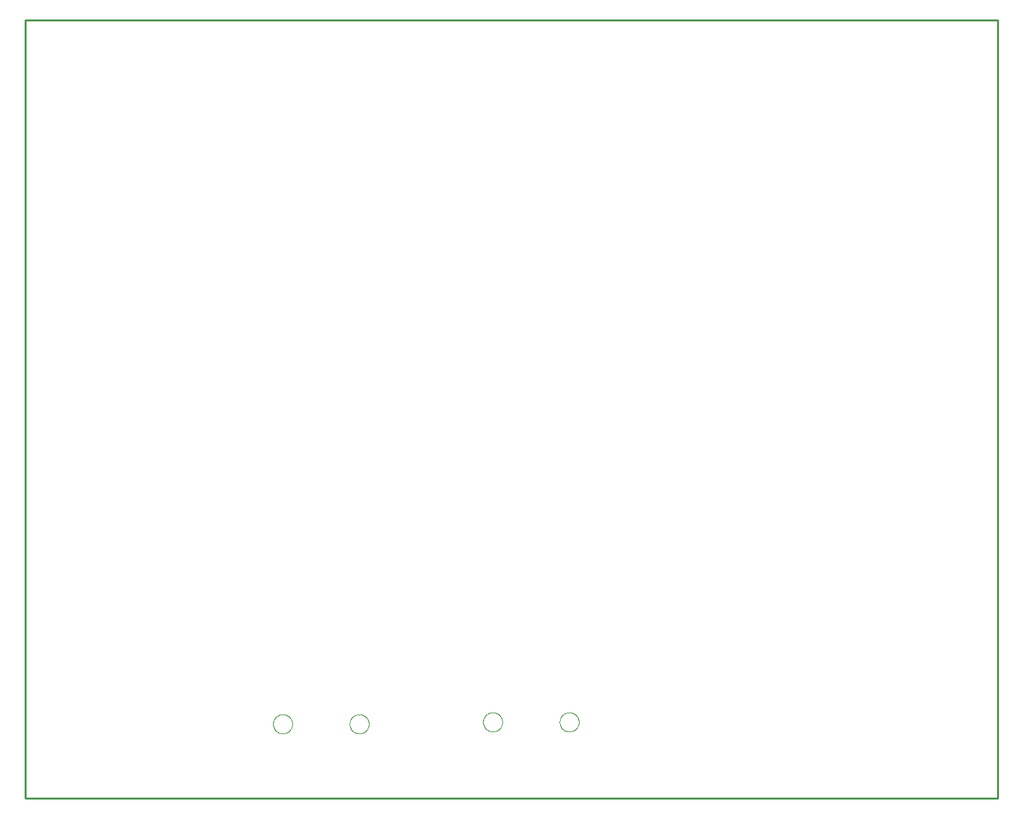
<source format=gbr>
G04 EAGLE Gerber RS-274X export*
G75*
%MOMM*%
%FSLAX34Y34*%
%LPD*%
%IN*%
%IPPOS*%
%AMOC8*
5,1,8,0,0,1.08239X$1,22.5*%
G01*
G04 Define Apertures*
%ADD10C,0.000000*%
%ADD11C,0.254000*%
D10*
X0Y0D02*
X1270000Y0D01*
X1270000Y1016000D01*
X0Y1016000D01*
X0Y0D01*
X323580Y97320D02*
X323584Y97627D01*
X323595Y97933D01*
X323614Y98240D01*
X323640Y98545D01*
X323674Y98850D01*
X323715Y99154D01*
X323764Y99457D01*
X323820Y99759D01*
X323884Y100059D01*
X323955Y100357D01*
X324033Y100654D01*
X324118Y100949D01*
X324211Y101241D01*
X324311Y101531D01*
X324418Y101819D01*
X324532Y102104D01*
X324652Y102386D01*
X324780Y102664D01*
X324915Y102940D01*
X325056Y103212D01*
X325204Y103481D01*
X325358Y103746D01*
X325519Y104007D01*
X325687Y104265D01*
X325860Y104518D01*
X326040Y104766D01*
X326226Y105010D01*
X326417Y105250D01*
X326615Y105485D01*
X326818Y105714D01*
X327027Y105939D01*
X327241Y106159D01*
X327461Y106373D01*
X327686Y106582D01*
X327915Y106785D01*
X328150Y106983D01*
X328390Y107174D01*
X328634Y107360D01*
X328882Y107540D01*
X329135Y107713D01*
X329393Y107881D01*
X329654Y108042D01*
X329919Y108196D01*
X330188Y108344D01*
X330460Y108485D01*
X330736Y108620D01*
X331014Y108748D01*
X331296Y108868D01*
X331581Y108982D01*
X331869Y109089D01*
X332159Y109189D01*
X332451Y109282D01*
X332746Y109367D01*
X333043Y109445D01*
X333341Y109516D01*
X333641Y109580D01*
X333943Y109636D01*
X334246Y109685D01*
X334550Y109726D01*
X334855Y109760D01*
X335160Y109786D01*
X335467Y109805D01*
X335773Y109816D01*
X336080Y109820D01*
X336387Y109816D01*
X336693Y109805D01*
X337000Y109786D01*
X337305Y109760D01*
X337610Y109726D01*
X337914Y109685D01*
X338217Y109636D01*
X338519Y109580D01*
X338819Y109516D01*
X339117Y109445D01*
X339414Y109367D01*
X339709Y109282D01*
X340001Y109189D01*
X340291Y109089D01*
X340579Y108982D01*
X340864Y108868D01*
X341146Y108748D01*
X341424Y108620D01*
X341700Y108485D01*
X341972Y108344D01*
X342241Y108196D01*
X342506Y108042D01*
X342767Y107881D01*
X343025Y107713D01*
X343278Y107540D01*
X343526Y107360D01*
X343770Y107174D01*
X344010Y106983D01*
X344245Y106785D01*
X344474Y106582D01*
X344699Y106373D01*
X344919Y106159D01*
X345133Y105939D01*
X345342Y105714D01*
X345545Y105485D01*
X345743Y105250D01*
X345934Y105010D01*
X346120Y104766D01*
X346300Y104518D01*
X346473Y104265D01*
X346641Y104007D01*
X346802Y103746D01*
X346956Y103481D01*
X347104Y103212D01*
X347245Y102940D01*
X347380Y102664D01*
X347508Y102386D01*
X347628Y102104D01*
X347742Y101819D01*
X347849Y101531D01*
X347949Y101241D01*
X348042Y100949D01*
X348127Y100654D01*
X348205Y100357D01*
X348276Y100059D01*
X348340Y99759D01*
X348396Y99457D01*
X348445Y99154D01*
X348486Y98850D01*
X348520Y98545D01*
X348546Y98240D01*
X348565Y97933D01*
X348576Y97627D01*
X348580Y97320D01*
X348576Y97013D01*
X348565Y96707D01*
X348546Y96400D01*
X348520Y96095D01*
X348486Y95790D01*
X348445Y95486D01*
X348396Y95183D01*
X348340Y94881D01*
X348276Y94581D01*
X348205Y94283D01*
X348127Y93986D01*
X348042Y93691D01*
X347949Y93399D01*
X347849Y93109D01*
X347742Y92821D01*
X347628Y92536D01*
X347508Y92254D01*
X347380Y91976D01*
X347245Y91700D01*
X347104Y91428D01*
X346956Y91159D01*
X346802Y90894D01*
X346641Y90633D01*
X346473Y90375D01*
X346300Y90122D01*
X346120Y89874D01*
X345934Y89630D01*
X345743Y89390D01*
X345545Y89155D01*
X345342Y88926D01*
X345133Y88701D01*
X344919Y88481D01*
X344699Y88267D01*
X344474Y88058D01*
X344245Y87855D01*
X344010Y87657D01*
X343770Y87466D01*
X343526Y87280D01*
X343278Y87100D01*
X343025Y86927D01*
X342767Y86759D01*
X342506Y86598D01*
X342241Y86444D01*
X341972Y86296D01*
X341700Y86155D01*
X341424Y86020D01*
X341146Y85892D01*
X340864Y85772D01*
X340579Y85658D01*
X340291Y85551D01*
X340001Y85451D01*
X339709Y85358D01*
X339414Y85273D01*
X339117Y85195D01*
X338819Y85124D01*
X338519Y85060D01*
X338217Y85004D01*
X337914Y84955D01*
X337610Y84914D01*
X337305Y84880D01*
X337000Y84854D01*
X336693Y84835D01*
X336387Y84824D01*
X336080Y84820D01*
X335773Y84824D01*
X335467Y84835D01*
X335160Y84854D01*
X334855Y84880D01*
X334550Y84914D01*
X334246Y84955D01*
X333943Y85004D01*
X333641Y85060D01*
X333341Y85124D01*
X333043Y85195D01*
X332746Y85273D01*
X332451Y85358D01*
X332159Y85451D01*
X331869Y85551D01*
X331581Y85658D01*
X331296Y85772D01*
X331014Y85892D01*
X330736Y86020D01*
X330460Y86155D01*
X330188Y86296D01*
X329919Y86444D01*
X329654Y86598D01*
X329393Y86759D01*
X329135Y86927D01*
X328882Y87100D01*
X328634Y87280D01*
X328390Y87466D01*
X328150Y87657D01*
X327915Y87855D01*
X327686Y88058D01*
X327461Y88267D01*
X327241Y88481D01*
X327027Y88701D01*
X326818Y88926D01*
X326615Y89155D01*
X326417Y89390D01*
X326226Y89630D01*
X326040Y89874D01*
X325860Y90122D01*
X325687Y90375D01*
X325519Y90633D01*
X325358Y90894D01*
X325204Y91159D01*
X325056Y91428D01*
X324915Y91700D01*
X324780Y91976D01*
X324652Y92254D01*
X324532Y92536D01*
X324418Y92821D01*
X324311Y93109D01*
X324211Y93399D01*
X324118Y93691D01*
X324033Y93986D01*
X323955Y94283D01*
X323884Y94581D01*
X323820Y94881D01*
X323764Y95183D01*
X323715Y95486D01*
X323674Y95790D01*
X323640Y96095D01*
X323614Y96400D01*
X323595Y96707D01*
X323584Y97013D01*
X323580Y97320D01*
X423580Y97320D02*
X423584Y97627D01*
X423595Y97933D01*
X423614Y98240D01*
X423640Y98545D01*
X423674Y98850D01*
X423715Y99154D01*
X423764Y99457D01*
X423820Y99759D01*
X423884Y100059D01*
X423955Y100357D01*
X424033Y100654D01*
X424118Y100949D01*
X424211Y101241D01*
X424311Y101531D01*
X424418Y101819D01*
X424532Y102104D01*
X424652Y102386D01*
X424780Y102664D01*
X424915Y102940D01*
X425056Y103212D01*
X425204Y103481D01*
X425358Y103746D01*
X425519Y104007D01*
X425687Y104265D01*
X425860Y104518D01*
X426040Y104766D01*
X426226Y105010D01*
X426417Y105250D01*
X426615Y105485D01*
X426818Y105714D01*
X427027Y105939D01*
X427241Y106159D01*
X427461Y106373D01*
X427686Y106582D01*
X427915Y106785D01*
X428150Y106983D01*
X428390Y107174D01*
X428634Y107360D01*
X428882Y107540D01*
X429135Y107713D01*
X429393Y107881D01*
X429654Y108042D01*
X429919Y108196D01*
X430188Y108344D01*
X430460Y108485D01*
X430736Y108620D01*
X431014Y108748D01*
X431296Y108868D01*
X431581Y108982D01*
X431869Y109089D01*
X432159Y109189D01*
X432451Y109282D01*
X432746Y109367D01*
X433043Y109445D01*
X433341Y109516D01*
X433641Y109580D01*
X433943Y109636D01*
X434246Y109685D01*
X434550Y109726D01*
X434855Y109760D01*
X435160Y109786D01*
X435467Y109805D01*
X435773Y109816D01*
X436080Y109820D01*
X436387Y109816D01*
X436693Y109805D01*
X437000Y109786D01*
X437305Y109760D01*
X437610Y109726D01*
X437914Y109685D01*
X438217Y109636D01*
X438519Y109580D01*
X438819Y109516D01*
X439117Y109445D01*
X439414Y109367D01*
X439709Y109282D01*
X440001Y109189D01*
X440291Y109089D01*
X440579Y108982D01*
X440864Y108868D01*
X441146Y108748D01*
X441424Y108620D01*
X441700Y108485D01*
X441972Y108344D01*
X442241Y108196D01*
X442506Y108042D01*
X442767Y107881D01*
X443025Y107713D01*
X443278Y107540D01*
X443526Y107360D01*
X443770Y107174D01*
X444010Y106983D01*
X444245Y106785D01*
X444474Y106582D01*
X444699Y106373D01*
X444919Y106159D01*
X445133Y105939D01*
X445342Y105714D01*
X445545Y105485D01*
X445743Y105250D01*
X445934Y105010D01*
X446120Y104766D01*
X446300Y104518D01*
X446473Y104265D01*
X446641Y104007D01*
X446802Y103746D01*
X446956Y103481D01*
X447104Y103212D01*
X447245Y102940D01*
X447380Y102664D01*
X447508Y102386D01*
X447628Y102104D01*
X447742Y101819D01*
X447849Y101531D01*
X447949Y101241D01*
X448042Y100949D01*
X448127Y100654D01*
X448205Y100357D01*
X448276Y100059D01*
X448340Y99759D01*
X448396Y99457D01*
X448445Y99154D01*
X448486Y98850D01*
X448520Y98545D01*
X448546Y98240D01*
X448565Y97933D01*
X448576Y97627D01*
X448580Y97320D01*
X448576Y97013D01*
X448565Y96707D01*
X448546Y96400D01*
X448520Y96095D01*
X448486Y95790D01*
X448445Y95486D01*
X448396Y95183D01*
X448340Y94881D01*
X448276Y94581D01*
X448205Y94283D01*
X448127Y93986D01*
X448042Y93691D01*
X447949Y93399D01*
X447849Y93109D01*
X447742Y92821D01*
X447628Y92536D01*
X447508Y92254D01*
X447380Y91976D01*
X447245Y91700D01*
X447104Y91428D01*
X446956Y91159D01*
X446802Y90894D01*
X446641Y90633D01*
X446473Y90375D01*
X446300Y90122D01*
X446120Y89874D01*
X445934Y89630D01*
X445743Y89390D01*
X445545Y89155D01*
X445342Y88926D01*
X445133Y88701D01*
X444919Y88481D01*
X444699Y88267D01*
X444474Y88058D01*
X444245Y87855D01*
X444010Y87657D01*
X443770Y87466D01*
X443526Y87280D01*
X443278Y87100D01*
X443025Y86927D01*
X442767Y86759D01*
X442506Y86598D01*
X442241Y86444D01*
X441972Y86296D01*
X441700Y86155D01*
X441424Y86020D01*
X441146Y85892D01*
X440864Y85772D01*
X440579Y85658D01*
X440291Y85551D01*
X440001Y85451D01*
X439709Y85358D01*
X439414Y85273D01*
X439117Y85195D01*
X438819Y85124D01*
X438519Y85060D01*
X438217Y85004D01*
X437914Y84955D01*
X437610Y84914D01*
X437305Y84880D01*
X437000Y84854D01*
X436693Y84835D01*
X436387Y84824D01*
X436080Y84820D01*
X435773Y84824D01*
X435467Y84835D01*
X435160Y84854D01*
X434855Y84880D01*
X434550Y84914D01*
X434246Y84955D01*
X433943Y85004D01*
X433641Y85060D01*
X433341Y85124D01*
X433043Y85195D01*
X432746Y85273D01*
X432451Y85358D01*
X432159Y85451D01*
X431869Y85551D01*
X431581Y85658D01*
X431296Y85772D01*
X431014Y85892D01*
X430736Y86020D01*
X430460Y86155D01*
X430188Y86296D01*
X429919Y86444D01*
X429654Y86598D01*
X429393Y86759D01*
X429135Y86927D01*
X428882Y87100D01*
X428634Y87280D01*
X428390Y87466D01*
X428150Y87657D01*
X427915Y87855D01*
X427686Y88058D01*
X427461Y88267D01*
X427241Y88481D01*
X427027Y88701D01*
X426818Y88926D01*
X426615Y89155D01*
X426417Y89390D01*
X426226Y89630D01*
X426040Y89874D01*
X425860Y90122D01*
X425687Y90375D01*
X425519Y90633D01*
X425358Y90894D01*
X425204Y91159D01*
X425056Y91428D01*
X424915Y91700D01*
X424780Y91976D01*
X424652Y92254D01*
X424532Y92536D01*
X424418Y92821D01*
X424311Y93109D01*
X424211Y93399D01*
X424118Y93691D01*
X424033Y93986D01*
X423955Y94283D01*
X423884Y94581D01*
X423820Y94881D01*
X423764Y95183D01*
X423715Y95486D01*
X423674Y95790D01*
X423640Y96095D01*
X423614Y96400D01*
X423595Y96707D01*
X423584Y97013D01*
X423580Y97320D01*
X597900Y99860D02*
X597904Y100167D01*
X597915Y100473D01*
X597934Y100780D01*
X597960Y101085D01*
X597994Y101390D01*
X598035Y101694D01*
X598084Y101997D01*
X598140Y102299D01*
X598204Y102599D01*
X598275Y102897D01*
X598353Y103194D01*
X598438Y103489D01*
X598531Y103781D01*
X598631Y104071D01*
X598738Y104359D01*
X598852Y104644D01*
X598972Y104926D01*
X599100Y105204D01*
X599235Y105480D01*
X599376Y105752D01*
X599524Y106021D01*
X599678Y106286D01*
X599839Y106547D01*
X600007Y106805D01*
X600180Y107058D01*
X600360Y107306D01*
X600546Y107550D01*
X600737Y107790D01*
X600935Y108025D01*
X601138Y108254D01*
X601347Y108479D01*
X601561Y108699D01*
X601781Y108913D01*
X602006Y109122D01*
X602235Y109325D01*
X602470Y109523D01*
X602710Y109714D01*
X602954Y109900D01*
X603202Y110080D01*
X603455Y110253D01*
X603713Y110421D01*
X603974Y110582D01*
X604239Y110736D01*
X604508Y110884D01*
X604780Y111025D01*
X605056Y111160D01*
X605334Y111288D01*
X605616Y111408D01*
X605901Y111522D01*
X606189Y111629D01*
X606479Y111729D01*
X606771Y111822D01*
X607066Y111907D01*
X607363Y111985D01*
X607661Y112056D01*
X607961Y112120D01*
X608263Y112176D01*
X608566Y112225D01*
X608870Y112266D01*
X609175Y112300D01*
X609480Y112326D01*
X609787Y112345D01*
X610093Y112356D01*
X610400Y112360D01*
X610707Y112356D01*
X611013Y112345D01*
X611320Y112326D01*
X611625Y112300D01*
X611930Y112266D01*
X612234Y112225D01*
X612537Y112176D01*
X612839Y112120D01*
X613139Y112056D01*
X613437Y111985D01*
X613734Y111907D01*
X614029Y111822D01*
X614321Y111729D01*
X614611Y111629D01*
X614899Y111522D01*
X615184Y111408D01*
X615466Y111288D01*
X615744Y111160D01*
X616020Y111025D01*
X616292Y110884D01*
X616561Y110736D01*
X616826Y110582D01*
X617087Y110421D01*
X617345Y110253D01*
X617598Y110080D01*
X617846Y109900D01*
X618090Y109714D01*
X618330Y109523D01*
X618565Y109325D01*
X618794Y109122D01*
X619019Y108913D01*
X619239Y108699D01*
X619453Y108479D01*
X619662Y108254D01*
X619865Y108025D01*
X620063Y107790D01*
X620254Y107550D01*
X620440Y107306D01*
X620620Y107058D01*
X620793Y106805D01*
X620961Y106547D01*
X621122Y106286D01*
X621276Y106021D01*
X621424Y105752D01*
X621565Y105480D01*
X621700Y105204D01*
X621828Y104926D01*
X621948Y104644D01*
X622062Y104359D01*
X622169Y104071D01*
X622269Y103781D01*
X622362Y103489D01*
X622447Y103194D01*
X622525Y102897D01*
X622596Y102599D01*
X622660Y102299D01*
X622716Y101997D01*
X622765Y101694D01*
X622806Y101390D01*
X622840Y101085D01*
X622866Y100780D01*
X622885Y100473D01*
X622896Y100167D01*
X622900Y99860D01*
X622896Y99553D01*
X622885Y99247D01*
X622866Y98940D01*
X622840Y98635D01*
X622806Y98330D01*
X622765Y98026D01*
X622716Y97723D01*
X622660Y97421D01*
X622596Y97121D01*
X622525Y96823D01*
X622447Y96526D01*
X622362Y96231D01*
X622269Y95939D01*
X622169Y95649D01*
X622062Y95361D01*
X621948Y95076D01*
X621828Y94794D01*
X621700Y94516D01*
X621565Y94240D01*
X621424Y93968D01*
X621276Y93699D01*
X621122Y93434D01*
X620961Y93173D01*
X620793Y92915D01*
X620620Y92662D01*
X620440Y92414D01*
X620254Y92170D01*
X620063Y91930D01*
X619865Y91695D01*
X619662Y91466D01*
X619453Y91241D01*
X619239Y91021D01*
X619019Y90807D01*
X618794Y90598D01*
X618565Y90395D01*
X618330Y90197D01*
X618090Y90006D01*
X617846Y89820D01*
X617598Y89640D01*
X617345Y89467D01*
X617087Y89299D01*
X616826Y89138D01*
X616561Y88984D01*
X616292Y88836D01*
X616020Y88695D01*
X615744Y88560D01*
X615466Y88432D01*
X615184Y88312D01*
X614899Y88198D01*
X614611Y88091D01*
X614321Y87991D01*
X614029Y87898D01*
X613734Y87813D01*
X613437Y87735D01*
X613139Y87664D01*
X612839Y87600D01*
X612537Y87544D01*
X612234Y87495D01*
X611930Y87454D01*
X611625Y87420D01*
X611320Y87394D01*
X611013Y87375D01*
X610707Y87364D01*
X610400Y87360D01*
X610093Y87364D01*
X609787Y87375D01*
X609480Y87394D01*
X609175Y87420D01*
X608870Y87454D01*
X608566Y87495D01*
X608263Y87544D01*
X607961Y87600D01*
X607661Y87664D01*
X607363Y87735D01*
X607066Y87813D01*
X606771Y87898D01*
X606479Y87991D01*
X606189Y88091D01*
X605901Y88198D01*
X605616Y88312D01*
X605334Y88432D01*
X605056Y88560D01*
X604780Y88695D01*
X604508Y88836D01*
X604239Y88984D01*
X603974Y89138D01*
X603713Y89299D01*
X603455Y89467D01*
X603202Y89640D01*
X602954Y89820D01*
X602710Y90006D01*
X602470Y90197D01*
X602235Y90395D01*
X602006Y90598D01*
X601781Y90807D01*
X601561Y91021D01*
X601347Y91241D01*
X601138Y91466D01*
X600935Y91695D01*
X600737Y91930D01*
X600546Y92170D01*
X600360Y92414D01*
X600180Y92662D01*
X600007Y92915D01*
X599839Y93173D01*
X599678Y93434D01*
X599524Y93699D01*
X599376Y93968D01*
X599235Y94240D01*
X599100Y94516D01*
X598972Y94794D01*
X598852Y95076D01*
X598738Y95361D01*
X598631Y95649D01*
X598531Y95939D01*
X598438Y96231D01*
X598353Y96526D01*
X598275Y96823D01*
X598204Y97121D01*
X598140Y97421D01*
X598084Y97723D01*
X598035Y98026D01*
X597994Y98330D01*
X597960Y98635D01*
X597934Y98940D01*
X597915Y99247D01*
X597904Y99553D01*
X597900Y99860D01*
X697900Y99860D02*
X697904Y100167D01*
X697915Y100473D01*
X697934Y100780D01*
X697960Y101085D01*
X697994Y101390D01*
X698035Y101694D01*
X698084Y101997D01*
X698140Y102299D01*
X698204Y102599D01*
X698275Y102897D01*
X698353Y103194D01*
X698438Y103489D01*
X698531Y103781D01*
X698631Y104071D01*
X698738Y104359D01*
X698852Y104644D01*
X698972Y104926D01*
X699100Y105204D01*
X699235Y105480D01*
X699376Y105752D01*
X699524Y106021D01*
X699678Y106286D01*
X699839Y106547D01*
X700007Y106805D01*
X700180Y107058D01*
X700360Y107306D01*
X700546Y107550D01*
X700737Y107790D01*
X700935Y108025D01*
X701138Y108254D01*
X701347Y108479D01*
X701561Y108699D01*
X701781Y108913D01*
X702006Y109122D01*
X702235Y109325D01*
X702470Y109523D01*
X702710Y109714D01*
X702954Y109900D01*
X703202Y110080D01*
X703455Y110253D01*
X703713Y110421D01*
X703974Y110582D01*
X704239Y110736D01*
X704508Y110884D01*
X704780Y111025D01*
X705056Y111160D01*
X705334Y111288D01*
X705616Y111408D01*
X705901Y111522D01*
X706189Y111629D01*
X706479Y111729D01*
X706771Y111822D01*
X707066Y111907D01*
X707363Y111985D01*
X707661Y112056D01*
X707961Y112120D01*
X708263Y112176D01*
X708566Y112225D01*
X708870Y112266D01*
X709175Y112300D01*
X709480Y112326D01*
X709787Y112345D01*
X710093Y112356D01*
X710400Y112360D01*
X710707Y112356D01*
X711013Y112345D01*
X711320Y112326D01*
X711625Y112300D01*
X711930Y112266D01*
X712234Y112225D01*
X712537Y112176D01*
X712839Y112120D01*
X713139Y112056D01*
X713437Y111985D01*
X713734Y111907D01*
X714029Y111822D01*
X714321Y111729D01*
X714611Y111629D01*
X714899Y111522D01*
X715184Y111408D01*
X715466Y111288D01*
X715744Y111160D01*
X716020Y111025D01*
X716292Y110884D01*
X716561Y110736D01*
X716826Y110582D01*
X717087Y110421D01*
X717345Y110253D01*
X717598Y110080D01*
X717846Y109900D01*
X718090Y109714D01*
X718330Y109523D01*
X718565Y109325D01*
X718794Y109122D01*
X719019Y108913D01*
X719239Y108699D01*
X719453Y108479D01*
X719662Y108254D01*
X719865Y108025D01*
X720063Y107790D01*
X720254Y107550D01*
X720440Y107306D01*
X720620Y107058D01*
X720793Y106805D01*
X720961Y106547D01*
X721122Y106286D01*
X721276Y106021D01*
X721424Y105752D01*
X721565Y105480D01*
X721700Y105204D01*
X721828Y104926D01*
X721948Y104644D01*
X722062Y104359D01*
X722169Y104071D01*
X722269Y103781D01*
X722362Y103489D01*
X722447Y103194D01*
X722525Y102897D01*
X722596Y102599D01*
X722660Y102299D01*
X722716Y101997D01*
X722765Y101694D01*
X722806Y101390D01*
X722840Y101085D01*
X722866Y100780D01*
X722885Y100473D01*
X722896Y100167D01*
X722900Y99860D01*
X722896Y99553D01*
X722885Y99247D01*
X722866Y98940D01*
X722840Y98635D01*
X722806Y98330D01*
X722765Y98026D01*
X722716Y97723D01*
X722660Y97421D01*
X722596Y97121D01*
X722525Y96823D01*
X722447Y96526D01*
X722362Y96231D01*
X722269Y95939D01*
X722169Y95649D01*
X722062Y95361D01*
X721948Y95076D01*
X721828Y94794D01*
X721700Y94516D01*
X721565Y94240D01*
X721424Y93968D01*
X721276Y93699D01*
X721122Y93434D01*
X720961Y93173D01*
X720793Y92915D01*
X720620Y92662D01*
X720440Y92414D01*
X720254Y92170D01*
X720063Y91930D01*
X719865Y91695D01*
X719662Y91466D01*
X719453Y91241D01*
X719239Y91021D01*
X719019Y90807D01*
X718794Y90598D01*
X718565Y90395D01*
X718330Y90197D01*
X718090Y90006D01*
X717846Y89820D01*
X717598Y89640D01*
X717345Y89467D01*
X717087Y89299D01*
X716826Y89138D01*
X716561Y88984D01*
X716292Y88836D01*
X716020Y88695D01*
X715744Y88560D01*
X715466Y88432D01*
X715184Y88312D01*
X714899Y88198D01*
X714611Y88091D01*
X714321Y87991D01*
X714029Y87898D01*
X713734Y87813D01*
X713437Y87735D01*
X713139Y87664D01*
X712839Y87600D01*
X712537Y87544D01*
X712234Y87495D01*
X711930Y87454D01*
X711625Y87420D01*
X711320Y87394D01*
X711013Y87375D01*
X710707Y87364D01*
X710400Y87360D01*
X710093Y87364D01*
X709787Y87375D01*
X709480Y87394D01*
X709175Y87420D01*
X708870Y87454D01*
X708566Y87495D01*
X708263Y87544D01*
X707961Y87600D01*
X707661Y87664D01*
X707363Y87735D01*
X707066Y87813D01*
X706771Y87898D01*
X706479Y87991D01*
X706189Y88091D01*
X705901Y88198D01*
X705616Y88312D01*
X705334Y88432D01*
X705056Y88560D01*
X704780Y88695D01*
X704508Y88836D01*
X704239Y88984D01*
X703974Y89138D01*
X703713Y89299D01*
X703455Y89467D01*
X703202Y89640D01*
X702954Y89820D01*
X702710Y90006D01*
X702470Y90197D01*
X702235Y90395D01*
X702006Y90598D01*
X701781Y90807D01*
X701561Y91021D01*
X701347Y91241D01*
X701138Y91466D01*
X700935Y91695D01*
X700737Y91930D01*
X700546Y92170D01*
X700360Y92414D01*
X700180Y92662D01*
X700007Y92915D01*
X699839Y93173D01*
X699678Y93434D01*
X699524Y93699D01*
X699376Y93968D01*
X699235Y94240D01*
X699100Y94516D01*
X698972Y94794D01*
X698852Y95076D01*
X698738Y95361D01*
X698631Y95649D01*
X698531Y95939D01*
X698438Y96231D01*
X698353Y96526D01*
X698275Y96823D01*
X698204Y97121D01*
X698140Y97421D01*
X698084Y97723D01*
X698035Y98026D01*
X697994Y98330D01*
X697960Y98635D01*
X697934Y98940D01*
X697915Y99247D01*
X697904Y99553D01*
X697900Y99860D01*
D11*
X0Y0D02*
X1270000Y0D01*
X1270000Y1016000D01*
X0Y1016000D01*
X0Y0D01*
M02*

</source>
